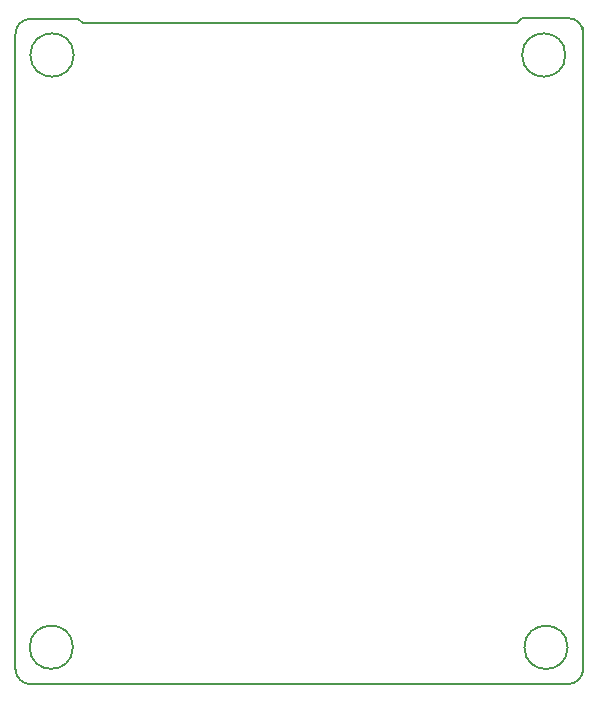
<source format=gm1>
G04 #@! TF.FileFunction,Profile,NP*
%FSLAX46Y46*%
G04 Gerber Fmt 4.6, Leading zero omitted, Abs format (unit mm)*
G04 Created by KiCad (PCBNEW 4.0.6-e0-6349~52~ubuntu16.10.1) date Fri Apr 21 00:28:44 2017*
%MOMM*%
%LPD*%
G01*
G04 APERTURE LIST*
%ADD10C,0.100000*%
%ADD11C,0.200000*%
%ADD12C,0.150000*%
G04 APERTURE END LIST*
D10*
D11*
X170611800Y-119634000D02*
X181279800Y-119634000D01*
X148780500Y-119634000D02*
X170624500Y-119634000D01*
X147447000Y-64579500D02*
X147447000Y-118364000D01*
X189928500Y-63690500D02*
X188658500Y-63690500D01*
X190373000Y-63246000D02*
X189928500Y-63690500D01*
X194246500Y-63246000D02*
X190373000Y-63246000D01*
X153162000Y-63690500D02*
X188722000Y-63690500D01*
X152781000Y-63309500D02*
X153162000Y-63690500D01*
X148780500Y-63309500D02*
X152781000Y-63309500D01*
X195516500Y-64008000D02*
X195516500Y-118364000D01*
X181292500Y-119634000D02*
X194310000Y-119634000D01*
X152378124Y-66370200D02*
G75*
G03X152378124Y-66370200I-1832324J0D01*
G01*
X194199224Y-116522500D02*
G75*
G03X194199224Y-116522500I-1832324J0D01*
G01*
X152314624Y-116509800D02*
G75*
G03X152314624Y-116509800I-1832324J0D01*
G01*
X194008724Y-66370200D02*
G75*
G03X194008724Y-66370200I-1832324J0D01*
G01*
D12*
X194246500Y-119634000D02*
G75*
G03X195516500Y-118364000I0J1270000D01*
G01*
X147447000Y-118364000D02*
G75*
G03X148717000Y-119634000I1270000J0D01*
G01*
X195516500Y-64516000D02*
G75*
G03X194246500Y-63246000I-1270000J0D01*
G01*
X148717000Y-63309500D02*
G75*
G03X147447000Y-64579500I0J-1270000D01*
G01*
M02*

</source>
